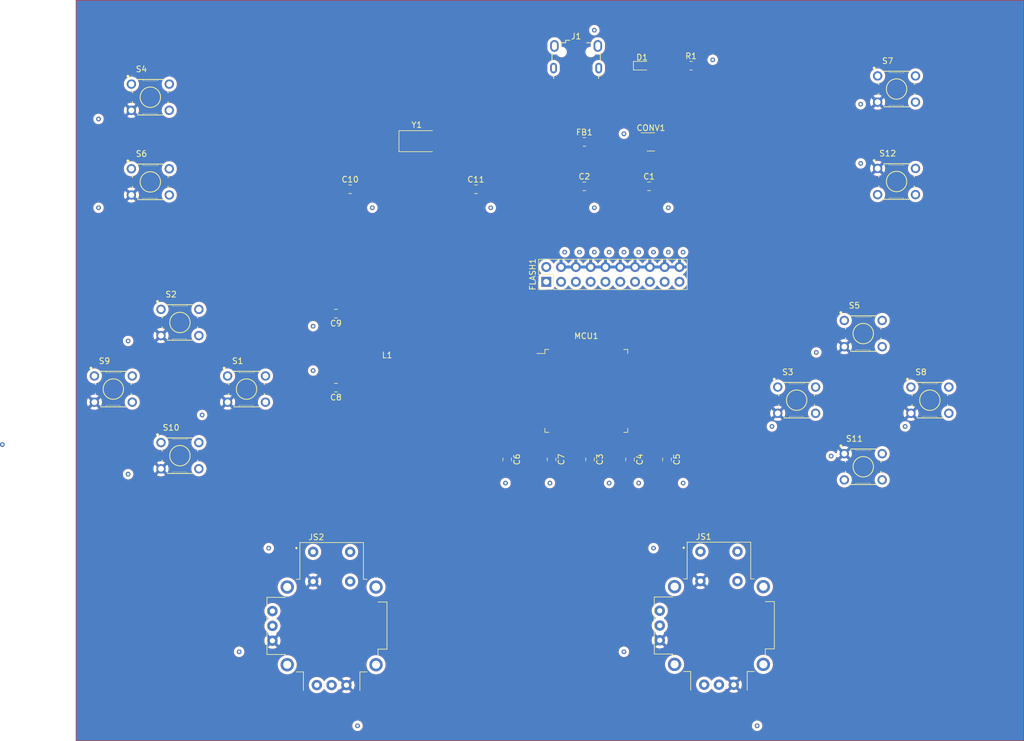
<source format=kicad_pcb>
(kicad_pcb (version 20211014) (generator pcbnew)
  (layers (0 "F.Cu" signal) (31 "B.Cu" signal) (34 "B.Paste" user) (35 "F.Paste" user) (36 "B.SilkS" user "B.Silkscreen") (37 "F.SilkS" user "F.Silkscreen") (38 "B.Mask" user) (39 "F.Mask" user) (44 "Edge.Cuts" user))
  (net 0 "")
  (net 1 "VCC")
  (net 2 "GND")
  (net 3 "+3V3")
  (net 4 "+3.3VA")
  (net 5 "Net-(D1-Pad1)")
  (net 6 "+5V")
  (net 7 "USB_DM")
  (net 8 "USB_DP")
  (net 11 "Net-(MCU1-Pad12)")
  (net 12 "Net-(MCU1-Pad13)")
  (net 23 "PC1")
  (net 24 "PC2")
  (net 28 "Y1")
  (net 29 "X1")
  (net 35 "PC4")
  (net 36 "PC5")
  (net 37 "Y2")
  (net 38 "X2")
  (net 40 "PE7")
  (net 44 "PE11")
  (net 58 "SEL1")
  (net 59 "SEL2")
  (net 64 "PC6")
  (net 66 "PC8")
  (net 67 "PC9")
  (net 73 "/SW_DIO")
  (net 76 "PC11")
  (net 79 "PD1")
  (net 80 "PD2")
  (net 91 "/SW_CLK")
  (net 96 "Net-(JS1-PadS1)")
  (net 97 "Net-(JS2-PadS1)")
  (footprint "Connector_PinHeader_2.54mm:PinHeader_2x10_P2.54mm_Vertical" (layer "F.Cu") (at 151.77 86.365 90)
    (fp_text reference "FLASH1" (at 1.27 -2.33 90) (layer "F.SilkS"))
    (fp_text value "JTAG/SWD")
    (pad "1" thru_hole rect (at 0 0 90) (size 1.7 1.7) (drill 1) (layers *.Cu *.Mask) (net 3 "+3V3"))
    (pad "2" thru_hole oval (at 2.54 0 90) (size 1.7 1.7) (drill 1) (layers *.Cu *.Mask))
    (pad "3" thru_hole oval (at 0 2.54 90) (size 1.7 1.7) (drill 1) (layers *.Cu *.Mask))
    (pad "4" thru_hole oval (at 2.54 2.54 90) (size 1.7 1.7) (drill 1) (layers *.Cu *.Mask) (net 2 "GND"))
    (pad "5" thru_hole oval (at 0 5.08 90) (size 1.7 1.7) (drill 1) (layers *.Cu *.Mask))
    (pad "6" thru_hole oval (at 2.54 5.08 90) (size 1.7 1.7) (drill 1) (layers *.Cu *.Mask) (net 2 "GND"))
    (pad "7" thru_hole oval (at 0 7.62 90) (size 1.7 1.7) (drill 1) (layers *.Cu *.Mask) (net 73 "/SW_DIO"))
    (pad "8" thru_hole oval (at 2.54 7.62 90) (size 1.7 1.7) (drill 1) (layers *.Cu *.Mask) (net 2 "GND"))
    (pad "9" thru_hole oval (at 0 10.16 90) (size 1.7 1.7) (drill 1) (layers *.Cu *.Mask) (net 91 "/SW_CLK"))
    (pad "10" thru_hole oval (at 2.54 10.16 90) (size 1.7 1.7) (drill 1) (layers *.Cu *.Mask) (net 2 "GND"))
    (pad "11" thru_hole oval (at 0 12.7 90) (size 1.7 1.7) (drill 1) (layers *.Cu *.Mask))
    (pad "12" thru_hole oval (at 2.54 12.7 90) (size 1.7 1.7) (drill 1) (layers *.Cu *.Mask) (net 2 "GND"))
    (pad "13" thru_hole oval (at 0 15.24 90) (size 1.7 1.7) (drill 1) (layers *.Cu *.Mask))
    (pad "14" thru_hole oval (at 2.54 15.24 90) (size 1.7 1.7) (drill 1) (layers *.Cu *.Mask) (net 2 "GND"))
    (pad "15" thru_hole oval (at 0 17.78 90) (size 1.7 1.7) (drill 1) (layers *.Cu *.Mask))
    (pad "16" thru_hole oval (at 2.54 17.78 90) (size 1.7 1.7) (drill 1) (layers *.Cu *.Mask) (net 2 "GND"))
    (pad "17" thru_hole oval (at 0 20.32 90) (size 1.7 1.7) (drill 1) (layers *.Cu *.Mask))
    (pad "18" thru_hole oval (at 2.54 20.32 90) (size 1.7 1.7) (drill 1) (layers *.Cu *.Mask) (net 2 "GND"))
    (pad "19" thru_hole oval (at 0 22.86 90) (size 1.7 1.7) (drill 1) (layers *.Cu *.Mask))
    (pad "20" thru_hole oval (at 2.54 22.86 90) (size 1.7 1.7) (drill 1) (layers *.Cu *.Mask) (net 2 "GND"))
  )
  (footprint "COM-09032:XDCR_COM-09032" (layer "F.Cu") (at 114.935 145.415)
    (fp_text reference "JS2" (at -2.625 -15.235) (layer "F.SilkS"))
    (fp_text value "COM-09032")
    (pad "B1A" thru_hole circle locked (at -3.175 -12.7) (size 1.778 1.778) (drill 0.9) (layers *.Cu *.Mask) (net 59 "SEL2"))
    (pad "B1B" thru_hole circle locked (at 3.175 -12.7) (size 1.778 1.778) (drill 0.9) (layers *.Cu *.Mask))
    (pad "B2A" thru_hole circle locked (at -3.175 -7.62) (size 1.778 1.778) (drill 0.9) (layers *.Cu *.Mask) (net 2 "GND"))
    (pad "B2B" thru_hole circle locked (at 3.175 -7.62) (size 1.778 1.778) (drill 0.9) (layers *.Cu *.Mask))
    (pad "H1" thru_hole circle locked (at -2.54 10.16) (size 1.778 1.778) (drill 0.889) (layers *.Cu *.Mask) (net 3 "+3V3"))
    (pad "H2" thru_hole circle locked (at 0 10.16) (size 1.778 1.778) (drill 0.889) (layers *.Cu *.Mask) (net 38 "X2"))
    (pad "H3" thru_hole circle locked (at 2.54 10.16) (size 1.778 1.778) (drill 0.889) (layers *.Cu *.Mask) (net 2 "GND"))
    (pad "S1" thru_hole circle locked (at -7.62 -6.6675) (size 2.286 2.286) (drill 1.397) (layers *.Cu *.Mask) (net 97 "Net-(JS2-PadS1)"))
    (pad "S2" thru_hole circle locked (at -7.62 6.6675) (size 2.286 2.286) (drill 1.397) (layers *.Cu *.Mask) (net 97 "Net-(JS2-PadS1)"))
    (pad "S3" thru_hole circle locked (at 7.62 6.6675) (size 2.286 2.286) (drill 1.397) (layers *.Cu *.Mask) (net 97 "Net-(JS2-PadS1)"))
    (pad "S4" thru_hole circle locked (at 7.62 -6.6675) (size 2.286 2.286) (drill 1.397) (layers *.Cu *.Mask) (net 97 "Net-(JS2-PadS1)"))
    (pad "V1" thru_hole circle locked (at -10.16 -2.54) (size 1.778 1.778) (drill 0.889) (layers *.Cu *.Mask) (net 3 "+3V3"))
    (pad "V2" thru_hole circle locked (at -10.16 0) (size 1.778 1.778) (drill 0.889) (layers *.Cu *.Mask) (net 37 "Y2"))
    (pad "V3" thru_hole circle locked (at -10.16 2.54) (size 1.778 1.778) (drill 0.889) (layers *.Cu *.Mask) (net 2 "GND"))
  )
  (footprint "Capacitor_SMD:C_0805_2012Metric" (layer "F.Cu") (at 169.418 69.977)
    (fp_text reference "C1" (at 0 -1.68) (layer "F.SilkS"))
    (fp_text value "1u")
    (pad "1" smd roundrect locked (at -0.95 0) (size 1 1.45) (layers "F.Cu" "F.Paste" "F.Mask") (net 1 "VCC"))
    (pad "2" smd roundrect locked (at 0.95 0) (size 1 1.45) (layers "F.Cu" "F.Paste" "F.Mask") (net 2 "GND"))
  )
  (footprint "Capacitor_SMD:C_0805_2012Metric" (layer "F.Cu") (at 159.281 116.84 -90)
    (fp_text reference "C3" (at 0 -1.68 90) (layer "F.SilkS"))
    (fp_text value "4u7")
    (pad "1" smd roundrect locked (at -0.95 0 270) (size 1 1.45) (layers "F.Cu" "F.Paste" "F.Mask") (net 3 "+3V3"))
    (pad "2" smd roundrect locked (at 0.95 0 270) (size 1 1.45) (layers "F.Cu" "F.Paste" "F.Mask") (net 2 "GND"))
  )
  (footprint "Inductor_SMD:L_0402_1005Metric" (layer "F.Cu") (at 124.46 97.79 180)
    (fp_text reference "L1" (at 0 -1.17) (layer "F.SilkS"))
    (fp_text value "27n")
    (pad "1" smd roundrect locked (at -0.485 0 180) (size 0.59 0.64) (layers "F.Cu" "F.Paste" "F.Mask") (net 3 "+3V3"))
    (pad "2" smd roundrect locked (at 0.485 0 180) (size 0.59 0.64) (layers "F.Cu" "F.Paste" "F.Mask") (net 4 "+3.3VA"))
  )
  (footprint "B3F-1000:SW_B3F-1000" (layer "F.Cu") (at 83.82 54.685)
    (fp_text reference "S4" (at -1.523015 -4.818045) (layer "F.SilkS") (effects (font (size 1.000008 1.000008))))
    (fp_text value "B3F-1000")
    (pad "1" thru_hole circle locked (at -3.25 -2.25) (size 1.6 1.6) (drill 1) (layers *.Cu *.Mask))
    (pad "2" thru_hole circle locked (at 3.25 -2.25) (size 1.6 1.6) (drill 1) (layers *.Cu *.Mask))
    (pad "3" thru_hole circle locked (at -3.25 2.25) (size 1.6 1.6) (drill 1) (layers *.Cu *.Mask) (net 2 "GND"))
    (pad "4" thru_hole circle locked (at 3.25 2.25) (size 1.6 1.6) (drill 1) (layers *.Cu *.Mask) (net 40 "PE7"))
  )
  (footprint "Crystal:Crystal_SMD_5032-2Pin_5.0x3.2mm" (layer "F.Cu") (at 129.54 62.23)
    (fp_text reference "Y1" (at 0 -2.8) (layer "F.SilkS"))
    (fp_text value "8MHz")
    (pad "1" smd rect (at -1.85 0) (size 2 2.4) (layers "F.Cu" "F.Paste" "F.Mask") (net 11 "Net-(MCU1-Pad12)"))
    (pad "2" smd rect (at 1.85 0) (size 2 2.4) (layers "F.Cu" "F.Paste" "F.Mask") (net 12 "Net-(MCU1-Pad13)"))
  )
  (footprint "Capacitor_SMD:C_0805_2012Metric" (layer "F.Cu") (at 172.489 116.84 -90)
    (fp_text reference "C5" (at 0 -1.68 90) (layer "F.SilkS"))
    (fp_text value "100n")
    (pad "1" smd roundrect locked (at -0.95 0 270) (size 1 1.45) (layers "F.Cu" "F.Paste" "F.Mask") (net 3 "+3V3"))
    (pad "2" smd roundrect locked (at 0.95 0 270) (size 1 1.45) (layers "F.Cu" "F.Paste" "F.Mask") (net 2 "GND"))
  )
  (footprint "B3F-1000:SW_B3F-1000" (layer "F.Cu") (at 211.89 69.152846)
    (fp_text reference "S12" (at -1.523015 -4.818045) (layer "F.SilkS") (effects (font (size 1.000008 1.000008))))
    (fp_text value "B3F-1000")
    (pad "1" thru_hole circle locked (at -3.25 -2.25) (size 1.6 1.6) (drill 1) (layers *.Cu *.Mask) (net 2 "GND"))
    (pad "2" thru_hole circle locked (at 3.25 -2.25) (size 1.6 1.6) (drill 1) (layers *.Cu *.Mask))
    (pad "3" thru_hole circle locked (at -3.25 2.25) (size 1.6 1.6) (drill 1) (layers *.Cu *.Mask))
    (pad "4" thru_hole circle locked (at 3.25 2.25) (size 1.6 1.6) (drill 1) (layers *.Cu *.Mask) (net 64 "PC6"))
  )
  (footprint "B3F-1000:SW_B3F-1000" (layer "F.Cu") (at 88.9 93.345)
    (fp_text reference "S2" (at -1.523015 -4.818045) (layer "F.SilkS") (effects (font (size 1.000008 1.000008))))
    (fp_text value "B3F-1000")
    (pad "1" thru_hole circle locked (at -3.25 -2.25) (size 1.6 1.6) (drill 1) (layers *.Cu *.Mask))
    (pad "2" thru_hole circle locked (at 3.25 -2.25) (size 1.6 1.6) (drill 1) (layers *.Cu *.Mask))
    (pad "3" thru_hole circle locked (at -3.25 2.25) (size 1.6 1.6) (drill 1) (layers *.Cu *.Mask) (net 2 "GND"))
    (pad "4" thru_hole circle locked (at 3.25 2.25) (size 1.6 1.6) (drill 1) (layers *.Cu *.Mask) (net 35 "PC4"))
  )
  (footprint "Capacitor_SMD:C_0805_2012Metric" (layer "F.Cu") (at 152.677 116.84 -90)
    (fp_text reference "C7" (at 0 -1.68 90) (layer "F.SilkS"))
    (fp_text value "100n")
    (pad "1" smd roundrect locked (at -0.95 0 270) (size 1 1.45) (layers "F.Cu" "F.Paste" "F.Mask") (net 3 "+3V3"))
    (pad "2" smd roundrect locked (at 0.95 0 270) (size 1 1.45) (layers "F.Cu" "F.Paste" "F.Mask") (net 2 "GND"))
  )
  (footprint "B3F-1000:SW_B3F-1000" (layer "F.Cu") (at 77.47 104.775)
    (fp_text reference "S9" (at -1.523015 -4.818045) (layer "F.SilkS") (effects (font (size 1.000008 1.000008))))
    (fp_text value "B3F-1000")
    (pad "1" thru_hole circle locked (at -3.25 -2.25) (size 1.6 1.6) (drill 1) (layers *.Cu *.Mask))
    (pad "2" thru_hole circle locked (at 3.25 -2.25) (size 1.6 1.6) (drill 1) (layers *.Cu *.Mask))
    (pad "3" thru_hole circle locked (at -3.25 2.25) (size 1.6 1.6) (drill 1) (layers *.Cu *.Mask) (net 2 "GND"))
    (pad "4" thru_hole circle locked (at 3.25 2.25) (size 1.6 1.6) (drill 1) (layers *.Cu *.Mask) (net 66 "PC8"))
  )
  (footprint "Capacitor_SMD:C_0805_2012Metric" (layer "F.Cu") (at 115.674 91.821 180)
    (fp_text reference "C9" (at 0 -1.68) (layer "F.SilkS"))
    (fp_text value "100n")
    (pad "1" smd roundrect locked (at -0.95 0 180) (size 1 1.45) (layers "F.Cu" "F.Paste" "F.Mask") (net 4 "+3.3VA"))
    (pad "2" smd roundrect locked (at 0.95 0 180) (size 1 1.45) (layers "F.Cu" "F.Paste" "F.Mask") (net 2 "GND"))
  )
  (footprint "B3F-1000:SW_B3F-1000" (layer "F.Cu") (at 100.33 104.775)
    (fp_text reference "S1" (at -1.523015 -4.818045) (layer "F.SilkS") (effects (font (size 1.000008 1.000008))))
    (fp_text value "B3F-1000")
    (pad "1" thru_hole circle locked (at -3.25 -2.25) (size 1.6 1.6) (drill 1) (layers *.Cu *.Mask))
    (pad "2" thru_hole circle locked (at 3.25 -2.25) (size 1.6 1.6) (drill 1) (layers *.Cu *.Mask))
    (pad "3" thru_hole circle locked (at -3.25 2.25) (size 1.6 1.6) (drill 1) (layers *.Cu *.Mask) (net 2 "GND"))
    (pad "4" thru_hole circle locked (at 3.25 2.25) (size 1.6 1.6) (drill 1) (layers *.Cu *.Mask) (net 24 "PC2"))
  )
  (footprint "Connector_USB:USB_Micro-B_Wuerth_629105150521" (layer "F.Cu") (at 156.899 47.736)
    (fp_text reference "J1" (at 0 -3.5) (layer "F.SilkS"))
    (fp_text value "USB_B_Micro")
    (pad "" np_thru_hole oval locked (at 2.5 -0.8) (size 0.8 0.8) (drill 0.8) (layers *.Cu *.Mask))
    (pad "" np_thru_hole oval locked (at -2.5 -0.8) (size 0.8 0.8) (drill 0.8) (layers *.Cu *.Mask))
    (pad "1" smd rect locked (at -1.3 -1.9) (size 0.45 1.3) (layers "F.Cu" "F.Paste" "F.Mask") (net 6 "+5V"))
    (pad "2" smd rect locked (at -0.65 -1.9) (size 0.45 1.3) (layers "F.Cu" "F.Paste" "F.Mask") (net 7 "USB_DM"))
    (pad "3" smd rect locked (at 0 -1.9) (size 0.45 1.3) (layers "F.Cu" "F.Paste" "F.Mask") (net 8 "USB_DP"))
    (pad "4" smd rect locked (at 0.65 -1.9) (size 0.45 1.3) (layers "F.Cu" "F.Paste" "F.Mask"))
    (pad "5" smd rect locked (at 1.3 -1.9) (size 0.45 1.3) (layers "F.Cu" "F.Paste" "F.Mask") (net 2 "GND"))
    (pad "6" thru_hole oval locked (at -3.875 1.95) (size 1.15 1.8) (drill oval 0.55 1.2) (layers *.Cu *.Mask))
    (pad "6" thru_hole oval locked (at -3.725 -1.85) (size 1.45 2) (drill oval 0.85 1.4) (layers *.Cu *.Mask))
    (pad "6" thru_hole oval locked (at 3.875 1.95) (size 1.15 1.8) (drill oval 0.55 1.2) (layers *.Cu *.Mask))
    (pad "6" thru_hole oval locked (at 3.725 -1.85) (size 1.45 2) (drill oval 0.85 1.4) (layers *.Cu *.Mask))
  )
  (footprint "B3F-1000:SW_B3F-1000" (layer "F.Cu") (at 206.175 95.25)
    (fp_text reference "S5" (at -1.523015 -4.818045) (layer "F.SilkS") (effects (font (size 1.000008 1.000008))))
    (fp_text value "B3F-1000")
    (pad "1" thru_hole circle locked (at -3.25 -2.25) (size 1.6 1.6) (drill 1) (layers *.Cu *.Mask))
    (pad "2" thru_hole circle locked (at 3.25 -2.25) (size 1.6 1.6) (drill 1) (layers *.Cu *.Mask))
    (pad "3" thru_hole circle locked (at -3.25 2.25) (size 1.6 1.6) (drill 1) (layers *.Cu *.Mask) (net 2 "GND"))
    (pad "4" thru_hole circle locked (at 3.25 2.25) (size 1.6 1.6) (drill 1) (layers *.Cu *.Mask) (net 44 "PE11"))
  )
  (footprint "Capacitor_SMD:C_0805_2012Metric" (layer "F.Cu") (at 115.674 104.521 180)
    (fp_text reference "C8" (at 0 -1.68) (layer "F.SilkS"))
    (fp_text value "1u")
    (pad "1" smd roundrect locked (at -0.95 0 180) (size 1 1.45) (layers "F.Cu" "F.Paste" "F.Mask") (net 4 "+3.3VA"))
    (pad "2" smd roundrect locked (at 0.95 0 180) (size 1 1.45) (layers "F.Cu" "F.Paste" "F.Mask") (net 2 "GND"))
  )
  (footprint "B3F-1000:SW_B3F-1000" (layer "F.Cu") (at 88.9 116.205)
    (fp_text reference "S10" (at -1.523015 -4.818045) (layer "F.SilkS") (effects (font (size 1.000008 1.000008))))
    (fp_text value "B3F-1000")
    (pad "1" thru_hole circle locked (at -3.25 -2.25) (size 1.6 1.6) (drill 1) (layers *.Cu *.Mask))
    (pad "2" thru_hole circle locked (at 3.25 -2.25) (size 1.6 1.6) (drill 1) (layers *.Cu *.Mask))
    (pad "3" thru_hole circle locked (at -3.25 2.25) (size 1.6 1.6) (drill 1) (layers *.Cu *.Mask) (net 2 "GND"))
    (pad "4" thru_hole circle locked (at 3.25 2.25) (size 1.6 1.6) (drill 1) (layers *.Cu *.Mask) (net 67 "PC9"))
  )
  (footprint "Diode_SMD:D_0603_1608Metric" (layer "F.Cu") (at 168.2115 49.276)
    (fp_text reference "D1" (at 0 -1.43) (layer "F.SilkS"))
    (fp_text value "LED")
    (pad "1" smd roundrect locked (at -0.7875 0) (size 0.875 0.95) (layers "F.Cu" "F.Paste" "F.Mask") (net 5 "Net-(D1-Pad1)"))
    (pad "2" smd roundrect locked (at 0.7875 0) (size 0.875 0.95) (layers "F.Cu" "F.Paste" "F.Mask") (net 3 "+3V3"))
  )
  (footprint "Capacitor_SMD:C_0805_2012Metric" (layer "F.Cu") (at 118.11 70.485)
    (fp_text reference "C10" (at 0 -1.68) (layer "F.SilkS"))
    (fp_text value "30p")
    (pad "1" smd roundrect (at -0.95 0) (size 1 1.45) (layers "F.Cu" "F.Paste" "F.Mask") (net 11 "Net-(MCU1-Pad12)"))
    (pad "2" smd roundrect (at 0.95 0) (size 1 1.45) (layers "F.Cu" "F.Paste" "F.Mask") (net 2 "GND"))
  )
  (footprint "Capacitor_SMD:C_0805_2012Metric" (layer "F.Cu") (at 139.7 70.485)
    (fp_text reference "C11" (at 0 -1.68) (layer "F.SilkS"))
    (fp_text value "30p")
    (pad "1" smd roundrect (at -0.95 0) (size 1 1.45) (layers "F.Cu" "F.Paste" "F.Mask") (net 12 "Net-(MCU1-Pad13)"))
    (pad "2" smd roundrect (at 0.95 0) (size 1 1.45) (layers "F.Cu" "F.Paste" "F.Mask") (net 2 "GND"))
  )
  (footprint "Capacitor_SMD:C_0805_2012Metric" (layer "F.Cu") (at 166.139 116.84 -90)
    (fp_text reference "C4" (at 0 -1.68 90) (layer "F.SilkS"))
    (fp_text value "100n")
    (pad "1" smd roundrect locked (at -0.95 0 270) (size 1 1.45) (layers "F.Cu" "F.Paste" "F.Mask") (net 3 "+3V3"))
    (pad "2" smd roundrect locked (at 0.95 0 270) (size 1 1.45) (layers "F.Cu" "F.Paste" "F.Mask") (net 2 "GND"))
  )
  (footprint "B3F-1000:SW_B3F-1000" (layer "F.Cu") (at 83.82 69.215)
    (fp_text reference "S6" (at -1.523015 -4.818045) (layer "F.SilkS") (effects (font (size 1.000008 1.000008))))
    (fp_text value "B3F-1000")
    (pad "1" thru_hole circle locked (at -3.25 -2.25) (size 1.6 1.6) (drill 1) (layers *.Cu *.Mask))
    (pad "2" thru_hole circle locked (at 3.25 -2.25) (size 1.6 1.6) (drill 1) (layers *.Cu *.Mask))
    (pad "3" thru_hole circle locked (at -3.25 2.25) (size 1.6 1.6) (drill 1) (layers *.Cu *.Mask) (net 2 "GND"))
    (pad "4" thru_hole circle locked (at 3.25 2.25) (size 1.6 1.6) (drill 1) (layers *.Cu *.Mask) (net 79 "PD1"))
  )
  (footprint "Resistor_SMD:R_0805_2012Metric" (layer "F.Cu") (at 158.308 62.357)
    (fp_text reference "FB1" (at 0 -1.65) (layer "F.SilkS"))
    (fp_text value "100R")
    (pad "1" smd roundrect (at -0.9125 0) (size 1.025 1.4) (layers "F.Cu" "F.Paste" "F.Mask") (roundrect_rratio 0.243902) (net 1 "VCC"))
    (pad "2" smd roundrect (at 0.9125 0) (size 1.025 1.4) (layers "F.Cu" "F.Paste" "F.Mask") (roundrect_rratio 0.243902) (net 6 "+5V"))
  )
  (footprint "Package_TO_SOT_SMD:SOT-23" (layer "F.Cu") (at 169.738 62.357)
    (fp_text reference "CONV1" (at 0 -2.4) (layer "F.SilkS"))
    (fp_text value "XC6206PxxxMR")
    (pad "1" smd roundrect locked (at -0.9375 -0.95) (size 1.475 0.6) (layers "F.Cu" "F.Paste" "F.Mask") (net 2 "GND"))
    (pad "2" smd roundrect locked (at -0.9375 0.95) (size 1.475 0.6) (layers "F.Cu" "F.Paste" "F.Mask") (net 3 "+3V3"))
    (pad "3" smd roundrect locked (at 0.9375 0) (size 1.475 0.6) (layers "F.Cu" "F.Paste" "F.Mask") (net 1 "VCC"))
  )
  (footprint "B3F-1000:SW_B3F-1000" (layer "F.Cu") (at 211.89 53.277846)
    (fp_text reference "S7" (at -1.523015 -4.818045) (layer "F.SilkS") (effects (font (size 1.000008 1.000008))))
    (fp_text value "B3F-1000")
    (pad "1" thru_hole circle locked (at -3.25 -2.25) (size 1.6 1.6) (drill 1) (layers *.Cu *.Mask))
    (pad "2" thru_hole circle locked (at 3.25 -2.25) (size 1.6 1.6) (drill 1) (layers *.Cu *.Mask))
    (pad "3" thru_hole circle locked (at -3.25 2.25) (size 1.6 1.6) (drill 1) (layers *.Cu *.Mask) (net 2 "GND"))
    (pad "4" thru_hole circle locked (at 3.25 2.25) (size 1.6 1.6) (drill 1) (layers *.Cu *.Mask) (net 80 "PD2"))
  )
  (footprint "Capacitor_SMD:C_0805_2012Metric" (layer "F.Cu") (at 145.057 116.84 -90)
    (fp_text reference "C6" (at 0 -1.68 90) (layer "F.SilkS"))
    (fp_text value "100n")
    (pad "1" smd roundrect locked (at -0.95 0 270) (size 1 1.45) (layers "F.Cu" "F.Paste" "F.Mask") (net 3 "+3V3"))
    (pad "2" smd roundrect locked (at 0.95 0 270) (size 1 1.45) (layers "F.Cu" "F.Paste" "F.Mask") (net 2 "GND"))
  )
  (footprint "Resistor_SMD:R_0805_2012Metric" (layer "F.Cu") (at 176.619 49.276)
    (fp_text reference "R1" (at 0 -1.65) (layer "F.SilkS"))
    (fp_text value "1k5")
    (pad "1" smd roundrect locked (at -0.9125 0) (size 1.025 1.4) (layers "F.Cu" "F.Paste" "F.Mask") (roundrect_rratio 0.243902) (net 5 "Net-(D1-Pad1)"))
    (pad "2" smd roundrect locked (at 0.9125 0) (size 1.025 1.4) (layers "F.Cu" "F.Paste" "F.Mask") (roundrect_rratio 0.243902) (net 2 "GND"))
  )
  (footprint "Package_QFP:LQFP-100_14x14mm_P0.5mm" (layer "F.Cu") (at 158.646 105.084)
    (fp_text reference "MCU1" (at 0 -9.42) (layer "F.SilkS"))
    (fp_text value "STM32F407VGTx")
    (pad "1" smd roundrect locked (at -7.675 -6) (size 1.6 0.3) (layers "F.Cu" "F.Paste" "F.Mask"))
    (pad "2" smd roundrect locked (at -7.675 -5.5) (size 1.6 0.3) (layers "F.Cu" "F.Paste" "F.Mask"))
    (pad "3" smd roundrect locked (at -7.675 -5) (size 1.6 0.3) (layers "F.Cu" "F.Paste" "F.Mask"))
    (pad "4" smd roundrect locked (at -7.675 -4.5) (size 1.6 0.3) (layers "F.Cu" "F.Paste" "F.Mask"))
    (pad "5" smd roundrect locked (at -7.675 -4) (size 1.6 0.3) (layers "F.Cu" "F.Paste" "F.Mask"))
    (pad "6" smd roundrect locked (at -7.675 -3.5) (size 1.6 0.3) (layers "F.Cu" "F.Paste" "F.Mask") (net 3 "+3V3"))
    (pad "7" smd roundrect locked (at -7.675 -3) (size 1.6 0.3) (layers "F.Cu" "F.Paste" "F.Mask"))
    (pad "8" smd roundrect locked (at -7.675 -2.5) (size 1.6 0.3) (layers "F.Cu" "F.Paste" "F.Mask"))
    (pad "9" smd roundrect locked (at -7.675 -2) (size 1.6 0.3) (layers "F.Cu" "F.Paste" "F.Mask"))
    (pad "10" smd roundrect locked (at -7.675 -1.5) (size 1.6 0.3) (layers "F.Cu" "F.Paste" "F.Mask") (net 2 "GND"))
    (pad "11" smd roundrect locked (at -7.675 -1) (size 1.6 0.3) (layers "F.Cu" "F.Paste" "F.Mask") (net 3 "+3V3"))
    (pad "12" smd roundrect locked (at -7.675 -0.5) (size 1.6 0.3) (layers "F.Cu" "F.Paste" "F.Mask") (net 11 "Net-(MCU1-Pad12)"))
    (pad "13" smd roundrect locked (at -7.675 0) (size 1.6 0.3) (layers "F.Cu" "F.Paste" "F.Mask") (net 12 "Net-(MCU1-Pad13)"))
    (pad "14" smd roundrect locked (at -7.675 0.5) (size 1.6 0.3) (layers "F.Cu" "F.Paste" "F.Mask"))
    (pad "15" smd roundrect locked (at -7.675 1) (size 1.6 0.3) (layers "F.Cu" "F.Paste" "F.Mask"))
    (pad "16" smd roundrect locked (at -7.675 1.5) (size 1.6 0.3) (layers "F.Cu" "F.Paste" "F.Mask") (net 23 "PC1"))
    (pad "17" smd roundrect locked (at -7.675 2) (size 1.6 0.3) (layers "F.Cu" "F.Paste" "F.Mask") (net 24 "PC2"))
    (pad "18" smd roundrect locked (at -7.675 2.5) (size 1.6 0.3) (layers "F.Cu" "F.Paste" "F.Mask"))
    (pad "19" smd roundrect locked (at -7.675 3) (size 1.6 0.3) (layers "F.Cu" "F.Paste" "F.Mask") (net 3 "+3V3"))
    (pad "20" smd roundrect locked (at -7.675 3.5) (size 1.6 0.3) (layers "F.Cu" "F.Paste" "F.Mask") (net 2 "GND"))
    (pad "21" smd roundrect locked (at -7.675 4) (size 1.6 0.3) (layers "F.Cu" "F.Paste" "F.Mask"))
    (pad "22" smd roundrect locked (at -7.675 4.5) (size 1.6 0.3) (layers "F.Cu" "F.Paste" "F.Mask") (net 4 "+3.3VA"))
    (pad "23" smd roundrect locked (at -7.675 5) (size 1.6 0.3) (layers "F.Cu" "F.Paste" "F.Mask"))
    (pad "24" smd roundrect locked (at -7.675 5.5) (size 1.6 0.3) (layers "F.Cu" "F.Paste" "F.Mask") (net 28 "Y1"))
    (pad "25" smd roundrect locked (at -7.675 6) (size 1.6 0.3) (layers "F.Cu" "F.Paste" "F.Mask") (net 29 "X1"))
    (pad "26" smd roundrect locked (at -6 7.675) (size 0.3 1.6) (layers "F.Cu" "F.Paste" "F.Mask"))
    (pad "27" smd roundrect locked (at -5.5 7.675) (size 0.3 1.6) (layers "F.Cu" "F.Paste" "F.Mask") (net 2 "GND"))
    (pad "28" smd roundrect locked (at -5 7.675) (size 0.3 1.6) (layers "F.Cu" "F.Paste" "F.Mask") (net 3 "+3V3"))
    (pad "29" smd roundrect locked (at -4.5 7.675) (size 0.3 1.6) (layers "F.Cu" "F.Paste" "F.Mask"))
    (pad "30" smd roundrect locked (at -4 7.675) (size 0.3 1.6) (layers "F.Cu" "F.Paste" "F.Mask"))
    (pad "31" smd roundrect locked (at -3.5 7.675) (size 0.3 1.6) (layers "F.Cu" "F.Paste" "F.Mask"))
    (pad "32" smd roundrect locked (at -3 7.675) (size 0.3 1.6) (layers "F.Cu" "F.Paste" "F.Mask"))
    (pad "33" smd roundrect locked (at -2.5 7.675) (size 0.3 1.6) (layers "F.Cu" "F.Paste" "F.Mask") (net 35 "PC4"))
    (pad "34" smd roundrect locked (at -2 7.675) (size 0.3 1.6) (layers "F.Cu" "F.Paste" "F.Mask") (net 36 "PC5"))
    (pad "35" smd roundrect locked (at -1.5 7.675) (size 0.3 1.6) (layers "F.Cu" "F.Paste" "F.Mask") (net 37 "Y2"))
    (pad "36" smd roundrect locked (at -1 7.675) (size 0.3 1.6) (layers "F.Cu" "F.Paste" "F.Mask") (net 38 "X2"))
    (pad "37" smd roundrect locked (at -0.5 7.675) (size 0.3 1.6) (layers "F.Cu" "F.Paste" "F.Mask"))
    (pad "38" smd roundrect locked (at 0 7.675) (size 0.3 1.6) (layers "F.Cu" "F.Paste" "F.Mask") (net 40 "PE7"))
    (pad "39" smd roundrect locked (at 0.5 7.675) (size 0.3 1.6) (layers "F.Cu" "F.Paste" "F.Mask"))
    (pad "40" smd roundrect locked (at 1 7.675) (size 0.3 1.6) (layers "F.Cu" "F.Paste" "F.Mask"))
    (pad "41" smd roundrect locked (at 1.5 7.675) (size 0.3 1.6) (layers "F.Cu" "F.Paste" "F.Mask"))
    (pad "42" smd roundrect locked (at 2 7.675) (size 0.3 1.6) (layers "F.Cu" "F.Paste" "F.Mask") (net 44 "PE11"))
    (pad "43" smd roundrect locked (at 2.5 7.675) (size 0.3 1.6) (layers "F.Cu" "F.Paste" "F.Mask"))
    (pad "44" smd roundrect locked (at 3 7.675) (size 0.3 1.6) (layers "F.Cu" "F.Paste" "F.Mask"))
    (pad "45" smd roundrect locked (at 3.5 7.675) (size 0.3 1.6) (layers "F.Cu" "F.Paste" "F.Mask"))
    (pad "46" smd roundrect locked (at 4 7.675) (size 0.3 1.6) (layers "F.Cu" "F.Paste" "F.Mask"))
    (pad "47" smd roundrect locked (at 4.5 7.675) (size 0.3 1.6) (layers "F.Cu" "F.Paste" "F.Mask"))
    (pad "48" smd roundrect locked (at 5 7.675) (size 0.3 1.6) (layers "F.Cu" "F.Paste" "F.Mask"))
    (pad "49" smd roundrect locked (at 5.5 7.675) (size 0.3 1.6) (layers "F.Cu" "F.Paste" "F.Mask"))
    (pad "50" smd roundrect locked (at 6 7.675) (size 0.3 1.6) (layers "F.Cu" "F.Paste" "F.Mask") (net 3 "+3V3"))
    (pad "51" smd roundrect locked (at 7.675 6) (size 1.6 0.3) (layers "F.Cu" "F.Paste" "F.Mask"))
    (pad "52" smd roundrect locked (at 7.675 5.5) (size 1.6 0.3) (layers "F.Cu" "F.Paste" "F.Mask"))
    (pad "53" smd roundrect locked (at 7.675 5) (size 1.6 0.3) (layers "F.Cu" "F.Paste" "F.Mask"))
    (pad "54" smd roundrect locked (at 7.675 4.5) (size 1.6 0.3) (layers "F.Cu" "F.Paste" "F.Mask"))
    (pad "55" smd roundrect locked (at 7.675 4) (size 1.6 0.3) (layers "F.Cu" "F.Paste" "F.Mask"))
    (pad "56" smd roundrect locked (at 7.675 3.5) (size 1.6 0.3) (layers "F.Cu" "F.Paste" "F.Mask"))
    (pad "57" smd roundrect locked (at 7.675 3) (size 1.6 0.3) (layers "F.Cu" "F.Paste" "F.Mask") (net 58 "SEL1"))
    (pad "58" smd roundrect locked (at 7.675 2.5) (size 1.6 0.3) (layers "F.Cu" "F.Paste" "F.Mask") (net 59 "SEL2"))
    (pad "59" smd roundrect locked (at 7.675 2) (size 1.6 0.3) (layers "F.Cu" "F.Paste" "F.Mask"))
    (pad "60" smd roundrect locked (at 7.675 1.5) (size 1.6 0.3) (layers "F.Cu" "F.Paste" "F.Mask"))
    (pad "61" smd roundrect locked (at 7.675 1) (size 1.6 0.3) (layers "F.Cu" "F.Paste" "F.Mask"))
    (pad "62" smd roundrect locked (at 7.675 0.5) (size 1.6 0.3) (layers "F.Cu" "F.Paste" "F.Mask"))
    (pad "63" smd roundrect locked (at 7.675 0) (size 1.6 0.3) (layers "F.Cu" "F.Paste" "F.Mask") (net 64 "PC6"))
    (pad "64" smd roundrect locked (at 7.675 -0.5) (size 1.6 0.3) (layers "F.Cu" "F.Paste" "F.Mask"))
    (pad "65" smd roundrect locked (at 7.675 -1) (size 1.6 0.3) (layers "F.Cu" "F.Paste" "F.Mask") (net 66 "PC8"))
    (pad "66" smd roundrect locked (at 7.675 -1.5) (size 1.6 0.3) (layers "F.Cu" "F.Paste" "F.Mask") (net 67 "PC9"))
    (pad "67" smd roundrect locked (at 7.675 -2) (size 1.6 0.3) (layers "F.Cu" "F.Paste" "F.Mask"))
    (pad "68" smd roundrect locked (at 7.675 -2.5) (size 1.6 0.3) (layers "F.Cu" "F.Paste" "F.Mask"))
    (pad "69" smd roundrect locked (at 7.675 -3) (size 1.6 0.3) (layers "F.Cu" "F.Paste" "F.Mask"))
    (pad "70" smd roundrect locked (at 7.675 -3.5) (size 1.6 0.3) (layers "F.Cu" "F.Paste" "F.Mask") (net 7 "USB_DM"))
    (pad "71" smd roundrect locked (at 7.675 -4) (size 1.6 0.3) (layers "F.Cu" "F.Paste" "F.Mask") (net 8 "USB_DP"))
    (pad "72" smd roundrect locked (at 7.675 -4.5) (size 1.6 0.3) (layers "F.Cu" "F.Paste" "F.Mask") (net 73 "/SW_DIO"))
    (pad "73" smd roundrect locked (at 7.675 -5) (size 1.6 0.3) (layers "F.Cu" "F.Paste" "F.Mask"))
    (pad "74" smd roundrect locked (at 7.675 -5.5) (size 1.6 0.3) (layers "F.Cu" "F.Paste" "F.Mask") (net 2 "GND"))
    (pad "75" smd roundrect locked (at 7.675 -6) (size 1.6 0.3) (layers "F.Cu" "F.Paste" "F.Mask") (net 3 "+3V3"))
    (pad "76" smd roundrect locked (at 6 -7.675) (size 0.3 1.6) (layers "F.Cu" "F.Paste" "F.Mask") (net 91 "/SW_CLK"))
    (pad "77" smd roundrect locked (at 5.5 -7.675) (size 0.3 1.6) (layers "F.Cu" "F.Paste" "F.Mask"))
    (pad "78" smd roundrect locked (at 5 -7.675) (size 0.3 1.6) (layers "F.Cu" "F.Paste" "F.Mask"))
    (pad "79" smd roundrect locked (at 4.5 -7.675) (size 0.3 1.6) (layers "F.Cu" "F.Paste" "F.Mask") (net 76 "PC11"))
    (pad "80" smd roundrect locked (at 4 -7.675) (size 0.3 1.6) (layers "F.Cu" "F.Paste" "F.Mask"))
    (pad "81" smd roundrect locked (at 3.5 -7.675) (size 0.3 1.6) (layers "F.Cu" "F.Paste" "F.Mask"))
    (pad "82" smd roundrect locked (at 3 -7.675) (size 0.3 1.6) (layers "F.Cu" "F.Paste" "F.Mask") (net 79 "PD1"))
    (pad "83" smd roundrect locked (at 2.5 -7.675) (size 0.3 1.6) (layers "F.Cu" "F.Paste" "F.Mask") (net 80 "PD2"))
    (pad "84" smd roundrect locked (at 2 -7.675) (size 0.3 1.6) (layers "F.Cu" "F.Paste" "F.Mask"))
    (pad "85" smd roundrect locked (at 1.5 -7.675) (size 0.3 1.6) (layers "F.Cu" "F.Paste" "F.Mask"))
    (pad "86" smd roundrect locked (at 1 -7.675) (size 0.3 1.6) (layers "F.Cu" "F.Paste" "F.Mask"))
    (pad "87" smd roundrect locked (at 0.5 -7.675) (size 0.3 1.6) (layers "F.Cu" "F.Paste" "F.Mask"))
    (pad "88" smd roundrect locked (at 0 -7.675) (size 0.3 1.6) (layers "F.Cu" "F.Paste" "F.Mask"))
    (pad "89" smd roundrect locked (at -0.5 -7.675) (size 0.3 1.6) (layers "F.Cu" "F.Paste" "F.Mask"))
    (pad "90" smd roundrect locked (at -1 -7.675) (size 0.3 1.6) (layers "F.Cu" "F.Paste" "F.Mask"))
    (pad "91" smd roundrect locked (at -1.5 -7.675) (size 0.3 1.6) (layers "F.Cu" "F.Paste" "F.Mask"))
    (pad "92" smd roundrect locked (at -2 -7.675) (size 0.3 1.6) (layers "F.Cu" "F.Paste" "F.Mask"))
    (pad "93" smd roundrect locked (at -2.5 -7.675) (size 0.3 1.6) (layers "F.Cu" "F.Paste" "F.Mask"))
    (pad "94" smd roundrect locked (at -3 -7.675) (size 0.3 1.6) (layers "F.Cu" "F.Paste" "F.Mask") (net 2 "GND"))
    (pad "95" smd roundrect locked (at -3.5 -7.675) (size 0.3 1.6) (layers "F.Cu" "F.Paste" "F.Mask"))
    (pad "96" smd roundrect locked (at -4 -7.675) (size 0.3 1.6) (layers "F.Cu" "F.Paste" "F.Mask"))
    (pad "97" smd roundrect locked (at -4.5 -7.675) (size 0.3 1.6) (layers "F.Cu" "F.Paste" "F.Mask"))
    (pad "98" smd roundrect locked (at -5 -7.675) (size 0.3 1.6) (layers "F.Cu" "F.Paste" "F.Mask"))
    (pad "99" smd roundrect locked (at -5.5 -7.675) (size 0.3 1.6) (layers "F.Cu" "F.Paste" "F.Mask") (net 2 "GND"))
    (pad "100" smd roundrect locked (at -6 -7.675) (size 0.3 1.6) (layers "F.Cu" "F.Paste" "F.Mask") (net 3 "+3V3"))
  )
  (footprint "B3F-1000:SW_B3F-1000" (layer "F.Cu") (at 194.745 106.68)
    (fp_text reference "S3" (at -1.523015 -4.818045) (layer "F.SilkS") (effects (font (size 1.000008 1.000008))))
    (fp_text value "B3F-1000")
    (pad "1" thru_hole circle locked (at -3.25 -2.25) (size 1.6 1.6) (drill 1) (layers *.Cu *.Mask))
    (pad "2" thru_hole circle locked (at 3.25 -2.25) (size 1.6 1.6) (drill 1) (layers *.Cu *.Mask))
    (pad "3" thru_hole circle locked (at -3.25 2.25) (size 1.6 1.6) (drill 1) (layers *.Cu *.Mask) (net 2 "GND"))
    (pad "4" thru_hole circle locked (at 3.25 2.25) (size 1.6 1.6) (drill 1) (layers *.Cu *.Mask) (net 36 "PC5"))
  )
  (footprint "B3F-1000:SW_B3F-1000" (layer "F.Cu") (at 206.175 118.11)
    (fp_text reference "S11" (at -1.523015 -4.818045) (layer "F.SilkS") (effects (font (size 1.000008 1.000008))))
    (fp_text value "B3F-1000")
    (pad "1" thru_hole circle locked (at -3.25 -2.25) (size 1.6 1.6) (drill 1) (layers *.Cu *.Mask) (net 2 "GND"))
    (pad "2" thru_hole circle locked (at 3.25 -2.25) (size 1.6 1.6) (drill 1) (layers *.Cu *.Mask))
    (pad "3" thru_hole circle locked (at -3.25 2.25) (size 1.6 1.6) (drill 1) (layers *.Cu *.Mask))
    (pad "4" thru_hole circle locked (at 3.25 2.25) (size 1.6 1.6) (drill 1) (layers *.Cu *.Mask) (net 23 "PC1"))
  )
  (footprint "COM-09032:XDCR_COM-09032" (layer "F.Cu") (at 181.41 145.352846)
    (fp_text reference "JS1" (at -2.625 -15.235) (layer "F.SilkS"))
    (fp_text value "COM-09032")
    (pad "B1A" thru_hole circle locked (at -3.175 -12.7) (size 1.778 1.778) (drill 0.9) (layers *.Cu *.Mask) (net 58 "SEL1"))
    (pad "B1B" thru_hole circle locked (at 3.175 -12.7) (size 1.778 1.778) (drill 0.9) (layers *.Cu *.Mask))
    (pad "B2A" thru_hole circle locked (at -3.175 -7.62) (size 1.778 1.778) (drill 0.9) (layers *.Cu *.Mask) (net 2 "GND"))
    (pad "B2B" thru_hole circle locked (at 3.175 -7.62) (size 1.778 1.778) (drill 0.9) (layers *.Cu *.Mask))
    (pad "H1" thru_hole circle locked (at -2.54 10.16) (size 1.778 1.778) (drill 0.889) (layers *.Cu *.Mask) (net 3 "+3V3"))
    (pad "H2" thru_hole circle locked (at 0 10.16) (size 1.778 1.778) (drill 0.889) (layers *.Cu *.Mask) (net 29 "X1"))
    (pad "H3" thru_hole circle locked (at 2.54 10.16) (size 1.778 1.778) (drill 0.889) (layers *.Cu *.Mask) (net 2 "GND"))
    (pad "S1" thru_hole circle locked (at -7.62 -6.6675) (size 2.286 2.286) (drill 1.397) (layers *.Cu *.Mask) (net 96 "Net-(JS1-PadS1)"))
    (pad "S2" thru_hole circle locked (at -7.62 6.6675) (size 2.286 2.286) (drill 1.397) (layers *.Cu *.Mask) (net 96 "Net-(JS1-PadS1)"))
    (pad "S3" thru_hole circle locked (at 7.62 6.6675) (size 2.286 2.286) (drill 1.397) (layers *.Cu *.Mask) (net 96 "Net-(JS1-PadS1)"))
    (pad "S4" thru_hole circle locked (at 7.62 -6.6675) (size 2.286 2.286) (drill 1.397) (layers *.Cu *.Mask) (net 96 "Net-(JS1-PadS1)"))
    (pad "V1" thru_hole circle locked (at -10.16 -2.54) (size 1.778 1.778) (drill 0.889) (layers *.Cu *.Mask) (net 3 "+3V3"))
    (pad "V2" thru_hole circle locked (at -10.16 0) (size 1.778 1.778) (drill 0.889) (layers *.Cu *.Mask) (net 28 "Y1"))
    (pad "V3" thru_hole circle locked (at -10.16 2.54) (size 1.778 1.778) (drill 0.889) (layers *.Cu *.Mask) (net 2 "GND"))
  )
  (footprint "B3F-1000:SW_B3F-1000" (layer "F.Cu") (at 217.605 106.68)
    (fp_text reference "S8" (at -1.523015 -4.818045) (layer "F.SilkS") (effects (font (size 1.000008 1.000008))))
    (fp_text value "B3F-1000")
    (pad "1" thru_hole circle locked (at -3.25 -2.25) (size 1.6 1.6) (drill 1) (layers *.Cu *.Mask))
    (pad "2" thru_hole circle locked (at 3.25 -2.25) (size 1.6 1.6) (drill 1) (layers *.Cu *.Mask))
    (pad "3" thru_hole circle locked (at -3.25 2.25) (size 1.6 1.6) (drill 1) (layers *.Cu *.Mask) (net 2 "GND"))
    (pad "4" thru_hole circle locked (at 3.25 2.25) (size 1.6 1.6) (drill 1) (layers *.Cu *.Mask) (net 76 "PC11"))
  )
  (footprint "Capacitor_SMD:C_0805_2012Metric" (layer "F.Cu") (at 158.308 69.977)
    (fp_text reference "C2" (at 0 -1.68) (layer "F.SilkS"))
    (fp_text value "1u")
    (pad "1" smd roundrect locked (at -0.95 0) (size 1 1.45) (layers "F.Cu" "F.Paste" "F.Mask") (net 3 "+3V3"))
    (pad "2" smd roundrect locked (at 0.95 0) (size 1 1.45) (layers "F.Cu" "F.Paste" "F.Mask") (net 2 "GND"))
  )
  (gr_rect (start 71.12 38.1) (end 233.68 165.1) (layer "F.Cu") (width 0.2) (fill none))
  (via (at 165.1 60.96) (size 0.8) (drill 0.4) (layers "F.Cu" "B.Cu") (net 0))
  (via (at 167.64 81.28) (size 0.8) (drill 0.4) (layers "F.Cu" "B.Cu") (net 0))
  (via (at 121.92 73.66) (size 0.8) (drill 0.4) (layers "F.Cu" "B.Cu") (net 0))
  (via (at 160.02 81.28) (size 0.8) (drill 0.4) (layers "F.Cu" "B.Cu") (net 0))
  (via (at 58.42 114.3) (size 0.8) (drill 0.4) (layers "F.Cu" "B.Cu") (net 0))
  (via (at 111.76 101.6) (size 0.8) (drill 0.4) (layers "F.Cu" "B.Cu") (net 0))
  (via (at 190.5 111.187154) (size 0.8) (drill 0.4) (layers "F.Cu" "B.Cu") (net 0))
  (via (at 160.02 73.66) (size 0.8) (drill 0.4) (layers "F.Cu" "B.Cu") (net 0))
  (via (at 180.34 48.26) (size 0.8) (drill 0.4) (layers "F.Cu" "B.Cu") (net 0))
  (via (at 165.1 149.86) (size 0.8) (drill 0.4) (layers "F.Cu" "B.Cu") (net 0))
  (via (at 157.48 81.28) (size 0.8) (drill 0.4) (layers "F.Cu" "B.Cu") (net 0))
  (via (at 187.96 162.56) (size 0.8) (drill 0.4) (layers "F.Cu" "B.Cu") (net 0))
  (via (at 175.26 120.904) (size 0.8) (drill 0.4) (layers "F.Cu" "B.Cu") (net 0))
  (via (at 144.78 120.904) (size 0.8) (drill 0.4) (layers "F.Cu" "B.Cu") (net 0))
  (via (at 172.72 73.66) (size 0.8) (drill 0.4) (layers "F.Cu" "B.Cu") (net 0))
  (via (at 74.93 73.66) (size 0.8) (drill 0.4) (layers "F.Cu" "B.Cu") (net 0))
  (via (at 162.56 120.904) (size 0.8) (drill 0.4) (layers "F.Cu" "B.Cu") (net 0))
  (via (at 205.74 66.04) (size 0.8) (drill 0.4) (layers "F.Cu" "B.Cu") (net 0))
  (via (at 104.14 132.08) (size 0.8) (drill 0.4) (layers "F.Cu" "B.Cu") (net 0))
  (via (at 175.26 81.28) (size 0.8) (drill 0.4) (layers "F.Cu" "B.Cu") (net 0))
  (via (at 80.01 96.52) (size 0.8) (drill 0.4) (layers "F.Cu" "B.Cu") (net 0))
  (via (at 142.24 73.66) (size 0.8) (drill 0.4) (layers "F.Cu" "B.Cu") (net 0))
  (via (at 99.06 149.86) (size 0.8) (drill 0.4) (layers "F.Cu" "B.Cu") (net 0))
  (via (at 111.76 93.98) (size 0.8) (drill 0.4) (layers "F.Cu" "B.Cu") (net 0))
  (via (at 198.12 98.487154) (size 0.8) (drill 0.4) (layers "F.Cu" "B.Cu") (net 0))
  (via (at 92.71 109.22) (size 0.8) (drill 0.4) (layers "F.Cu" "B.Cu") (net 0))
  (via (at 167.64 120.904) (size 0.8) (drill 0.4) (layers "F.Cu" "B.Cu") (net 0))
  (via (at 160.02 43.18) (size 0.8) (drill 0.4) (layers "F.Cu" "B.Cu") (net 0))
  (via (at 154.94 81.28) (size 0.8) (drill 0.4) (layers "F.Cu" "B.Cu") (net 0))
  (via (at 162.56 81.28) (size 0.8) (drill 0.4) (layers "F.Cu" "B.Cu") (net 0))
  (via (at 205.74 55.88) (size 0.8) (drill 0.4) (layers "F.Cu" "B.Cu") (net 0))
  (via (at 170.18 132.08) (size 0.8) (drill 0.4) (layers "F.Cu" "B.Cu") (net 0))
  (via (at 152.4 120.904) (size 0.8) (drill 0.4) (layers "F.Cu" "B.Cu") (net 0))
  (via (at 200.66 116.267154) (size 0.8) (drill 0.4) (layers "F.Cu" "B.Cu") (net 0))
  (via (at 119.38 162.56) (size 0.8) (drill 0.4) (layers "F.Cu" "B.Cu") (net 0))
  (via (at 213.36 111.187154) (size 0.8) (drill 0.4) (layers "F.Cu" "B.Cu") (net 0))
  (via (at 172.72 81.28) (size 0.8) (drill 0.4) (layers "F.Cu" "B.Cu") (net 0))
  (via (at 165.1 81.28) (size 0.8) (drill 0.4) (layers "F.Cu" "B.Cu") (net 0))
  (via (at 74.93 58.42) (size 0.8) (drill 0.4) (layers "F.Cu" "B.Cu") (net 0))
  (via (at 80.01 119.38) (size 0.8) (drill 0.4) (layers "F.Cu" "B.Cu") (net 0))
  (via (at 170.18 81.28) (size 0.8) (drill 0.4) (layers "F.Cu" "B.Cu") (net 0))
  (segment (start 127.69 62.23) (end 125.415 62.23) (width 0.25) (layer "F.Cu") (net 11))
  (zone (net 2) (net_name "GND") (layers F&B.Cu) (name "GND") (connect_pads (clearance 0.508)) (min_thickness 0.254) (fill yes (thermal_gap 0.508) (thermal_bridge_width 0.508))
    (polygon (pts (xy 233.68 165.1) (xy 71.12 165.1) (xy 71.12 38.1) (xy 233.68 38.1)))
  )
)
</source>
